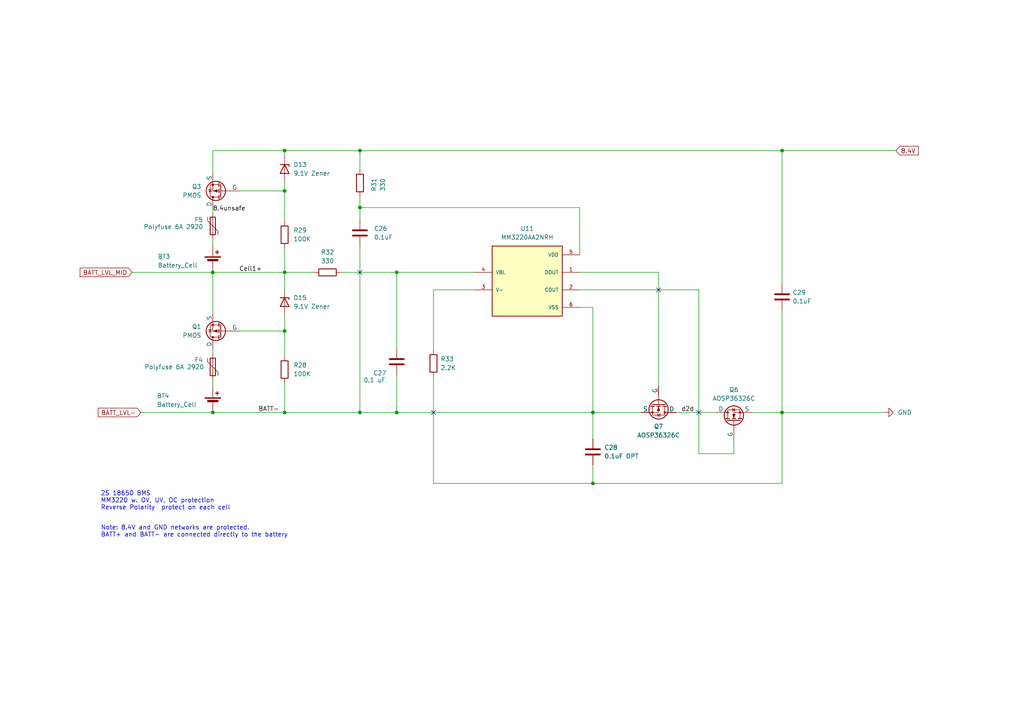
<source format=kicad_sch>
(kicad_sch (version 20230121) (generator eeschema)
  (paper "A4")
  (title_block (title "OpenActionCam") (date "2025-04-10") (rev "0.2") (company "KBader94") (comment 1 "https://github.com/kbader94/OpenActionCam"))
  (lib_symbols
    (symbol "Device:Battery_Cell" (pin_numbers hide) (pin_names (offset 0) hide)
      (property "Reference" "BT" (at 2.54 2.54 0))
      (property "Value" "Battery_Cell" (at 2.54 0 0))
      (symbol "Battery_Cell_0_1"
        (rectangle (start -2.286 1.778) (end 2.286 1.524) (fill (type outline)))
        (rectangle (start -1.524 1.016) (end 1.524 0.508) (fill (type outline)))
        (polyline (pts (xy 0 0.762) (xy 0 0)))
        (polyline (pts (xy 0 1.778) (xy 0 2.54)))
        (polyline (pts (xy 0.762 3.048) (xy 1.778 3.048)) (stroke (width 0.254)))
        (polyline (pts (xy 1.27 3.556) (xy 1.27 2.54)) (stroke (width 0.254)))
      )
      (symbol "Battery_Cell_1_1"
        (pin passive line (at 0 5.08 270) (length 2.54) (name "+") (number "1"))
        (pin passive line (at 0 -2.54 90) (length 2.54) (name "-") (number "2"))
      )
    )
    (symbol "Device:C" (pin_numbers hide) (pin_names (offset 0.254))
      (property "Reference" "C" (at 0.635 2.54 0))
      (property "Value" "C" (at 0.635 -2.54 0))
      (symbol "C_0_1"
        (polyline (pts (xy -2.032 -0.762) (xy 2.032 -0.762)) (stroke (width 0.508)))
        (polyline (pts (xy -2.032 0.762) (xy 2.032 0.762)) (stroke (width 0.508)))
      )
      (symbol "C_1_1"
        (pin passive line (at 0 3.81 270) (length 2.794) (name "~") (number "1"))
        (pin passive line (at 0 -3.81 90) (length 2.794) (name "~") (number "2"))
      )
    )
    (symbol "Device:D_Zener" (pin_numbers hide) (pin_names (offset 1.016) hide)
      (property "Reference" "D" (at 0 2.54 0))
      (property "Value" "D_Zener" (at 0 -2.54 0))
      (symbol "D_Zener_0_1"
        (polyline (pts (xy 1.27 0) (xy -1.27 0)))
        (polyline (pts (xy -1.27 -1.27) (xy -1.27 1.27) (xy -0.762 1.27)) (stroke (width 0.254)))
        (polyline (pts (xy 1.27 -1.27) (xy 1.27 1.27) (xy -1.27 0) (xy 1.27 -1.27)) (stroke (width 0.254)))
      )
      (symbol "D_Zener_1_1"
        (pin passive line (at -3.81 0 0) (length 2.54) (name "K") (number "1"))
        (pin passive line (at 3.81 0 180) (length 2.54) (name "A") (number "2"))
      )
    )
    (symbol "Device:Polyfuse" (pin_numbers hide) (pin_names (offset 0))
      (property "Reference" "F" (at -2.54 0 90))
      (property "Value" "Polyfuse" (at 2.54 0 90))
      (symbol "Polyfuse_0_1"
        (rectangle (start -0.762 2.54) (end 0.762 -2.54) (stroke (width 0.254)))
        (polyline (pts (xy 0 2.54) (xy 0 -2.54)))
        (polyline (pts (xy -1.524 2.54) (xy -1.524 1.524) (xy 1.524 -1.524) (xy 1.524 -2.54)))
      )
      (symbol "Polyfuse_1_1"
        (pin passive line (at 0 3.81 270) (length 1.27) (name "~") (number "1"))
        (pin passive line (at 0 -3.81 90) (length 1.27) (name "~") (number "2"))
      )
    )
    (symbol "Device:R" (pin_numbers hide) (pin_names (offset 0))
      (property "Reference" "R" (at 2.032 0 90))
      (property "Value" "R" (at 0 0 90))
      (symbol "R_0_1"
        (rectangle (start -1.016 -2.54) (end 1.016 2.54) (stroke (width 0.254)))
      )
      (symbol "R_1_1"
        (pin passive line (at 0 3.81 270) (length 1.27) (name "~") (number "1"))
        (pin passive line (at 0 -3.81 90) (length 1.27) (name "~") (number "2"))
      )
    )
    (symbol "MM3220AA2NRH:MM3220AA2NRH" (pin_names (offset 1.016))
      (property "Reference" "U" (at -10.16 10.922 0))
      (property "Value" "MM3220AA2NRH" (at -10.16 -12.7 0))
      (symbol "MM3220AA2NRH_0_0"
        (rectangle (start -10.16 -10.16) (end 10.16 10.16) (stroke (width 0.254)) (fill (type background)))
        (pin output line (at 15.24 2.54 180) (length 5.08) (name "DOUT") (number "1"))
        (pin output line (at 15.24 -2.54 180) (length 5.08) (name "COUT") (number "2"))
        (pin input line (at -15.24 -2.54 0) (length 5.08) (name "V-") (number "3"))
        (pin input line (at -15.24 2.54 0) (length 5.08) (name "VBL") (number "4"))
        (pin power_in line (at 15.24 7.62 180) (length 5.08) (name "VDD") (number "5"))
        (pin power_in line (at 15.24 -7.62 180) (length 5.08) (name "VSS") (number "6"))
      )
    )
    (symbol "Simulation_SPICE:NMOS" (pin_numbers hide) (pin_names (offset 0))
      (property "Reference" "Q" (at 5.08 1.27 0))
      (property "Value" "NMOS" (at 5.08 -1.27 0))
      (symbol "NMOS_0_1"
        (polyline (pts (xy 0.254 0) (xy -2.54 0)))
        (polyline (pts (xy 0.254 1.905) (xy 0.254 -1.905)) (stroke (width 0.254)))
        (polyline (pts (xy 0.762 -1.27) (xy 0.762 -2.286)) (stroke (width 0.254)))
        (polyline (pts (xy 0.762 0.508) (xy 0.762 -0.508)) (stroke (width 0.254)))
        (polyline (pts (xy 0.762 2.286) (xy 0.762 1.27)) (stroke (width 0.254)))
        (polyline (pts (xy 2.54 2.54) (xy 2.54 1.778)))
        (polyline (pts (xy 2.54 -2.54) (xy 2.54 0) (xy 0.762 0)))
        (polyline (pts (xy 0.762 -1.778) (xy 3.302 -1.778) (xy 3.302 1.778) (xy 0.762 1.778)))
        (polyline (pts (xy 1.016 0) (xy 2.032 0.381) (xy 2.032 -0.381) (xy 1.016 0)) (fill (type outline)))
        (polyline (pts (xy 2.794 0.508) (xy 2.921 0.381) (xy 3.683 0.381) (xy 3.81 0.254)))
        (polyline (pts (xy 3.302 0.381) (xy 2.921 -0.254) (xy 3.683 -0.254) (xy 3.302 0.381)))
        (circle (center 1.651 0) (radius 2.794) (stroke (width 0.254)))
        (circle (center 2.54 -1.778) (radius 0.254) (fill (type outline)))
        (circle (center 2.54 1.778) (radius 0.254) (fill (type outline)))
      )
      (symbol "NMOS_1_1"
        (pin passive line (at 2.54 5.08 270) (length 2.54) (name "D") (number "1"))
        (pin input line (at -5.08 0 0) (length 2.54) (name "G") (number "2"))
        (pin passive line (at 2.54 -5.08 90) (length 2.54) (name "S") (number "3"))
      )
    )
    (symbol "Simulation_SPICE:PMOS" (pin_numbers hide) (pin_names (offset 0))
      (property "Reference" "Q" (at 5.08 1.27 0))
      (property "Value" "PMOS" (at 5.08 -1.27 0))
      (symbol "PMOS_0_1"
        (polyline (pts (xy 0.254 0) (xy -2.54 0)))
        (polyline (pts (xy 0.254 1.905) (xy 0.254 -1.905)) (stroke (width 0.254)))
        (polyline (pts (xy 0.762 -1.27) (xy 0.762 -2.286)) (stroke (width 0.254)))
        (polyline (pts (xy 0.762 0.508) (xy 0.762 -0.508)) (stroke (width 0.254)))
        (polyline (pts (xy 0.762 2.286) (xy 0.762 1.27)) (stroke (width 0.254)))
        (polyline (pts (xy 2.54 2.54) (xy 2.54 1.778)))
        (polyline (pts (xy 2.54 -2.54) (xy 2.54 0) (xy 0.762 0)))
        (polyline (pts (xy 0.762 1.778) (xy 3.302 1.778) (xy 3.302 -1.778) (xy 0.762 -1.778)))
        (polyline (pts (xy 2.286 0) (xy 1.27 0.381) (xy 1.27 -0.381) (xy 2.286 0)) (fill (type outline)))
        (polyline (pts (xy 2.794 -0.508) (xy 2.921 -0.381) (xy 3.683 -0.381) (xy 3.81 -0.254)))
        (polyline (pts (xy 3.302 -0.381) (xy 2.921 0.254) (xy 3.683 0.254) (xy 3.302 -0.381)))
        (circle (center 1.651 0) (radius 2.794) (stroke (width 0.254)))
        (circle (center 2.54 -1.778) (radius 0.254) (fill (type outline)))
        (circle (center 2.54 1.778) (radius 0.254) (fill (type outline)))
      )
      (symbol "PMOS_1_1"
        (pin passive line (at 2.54 5.08 270) (length 2.54) (name "D") (number "1"))
        (pin input line (at -5.08 0 0) (length 2.54) (name "G") (number "2"))
        (pin passive line (at 2.54 -5.08 90) (length 2.54) (name "S") (number "3"))
      )
    )
    (symbol "power:GND" (power) (pin_names (offset 0))
      (property "Value" "GND" (at 0 -3.81 0))
      (symbol "GND_0_1"
        (polyline (pts (xy 0 0) (xy 0 -1.27) (xy 1.27 -1.27) (xy 0 -2.54) (xy -1.27 -1.27) (xy 0 -1.27)))
      )
      (symbol "GND_1_1"
        (pin power_in line (at 0 0 270) (length 0) hide (name "GND") (number "1"))
      )
    )
  )
  (junction (at 82.55 55.372))
  (junction (at 226.822 119.634))
  (junction (at 115.062 119.634))
  (junction (at 171.958 119.634))
  (junction (at 82.55 43.688))
  (junction (at 61.722 119.634))
  (junction (at 82.55 96.012))
  (junction (at 82.55 119.634))
  (junction (at 171.958 140.208))
  (junction (at 115.062 78.994))
  (junction (at 82.55 78.994))
  (junction (at 104.394 60.198))
  (junction (at 226.822 43.688))
  (junction (at 104.394 119.634))
  (junction (at 104.394 43.688))
  (junction (at 61.722 78.994))
  (no_connect (at 104.394 78.994))
  (no_connect (at 191.008 84.074))
  (no_connect (at 202.692 119.634))
  (no_connect (at 125.73 119.634))
  (wire (pts (xy 202.692 131.572) (xy 202.692 84.074)))
  (wire (pts (xy 171.958 89.154) (xy 171.958 119.634)))
  (wire (pts (xy 82.55 91.44) (xy 82.55 96.012)))
  (wire (pts (xy 226.822 119.634) (xy 226.822 140.208)))
  (wire (pts (xy 82.55 119.634) (xy 104.394 119.634)))
  (wire (pts (xy 61.722 78.994) (xy 82.55 78.994)))
  (wire (pts (xy 125.73 84.074) (xy 125.73 101.6)))
  (wire (pts (xy 196.088 119.634) (xy 207.772 119.634)))
  (wire (pts (xy 171.958 127.254) (xy 171.958 119.634)))
  (wire (pts (xy 104.394 43.688) (xy 226.822 43.688)))
  (wire (pts (xy 69.342 55.372) (xy 82.55 55.372)))
  (wire (pts (xy 125.73 109.22) (xy 125.73 140.208)))
  (wire (pts (xy 115.062 78.994) (xy 98.806 78.994)))
  (wire (pts (xy 125.73 140.208) (xy 171.958 140.208)))
  (wire (pts (xy 171.958 134.874) (xy 171.958 140.208)))
  (wire (pts (xy 61.722 43.688) (xy 82.55 43.688)))
  (wire (pts (xy 104.394 49.276) (xy 104.394 43.688)))
  (wire (pts (xy 82.55 52.832) (xy 82.55 55.372)))
  (wire (pts (xy 168.148 84.074) (xy 202.692 84.074)))
  (wire (pts (xy 82.55 43.688) (xy 104.394 43.688)))
  (wire (pts (xy 168.148 78.994) (xy 191.008 78.994)))
  (wire (pts (xy 82.55 78.994) (xy 91.186 78.994)))
  (wire (pts (xy 226.822 43.688) (xy 259.842 43.688)))
  (wire (pts (xy 69.342 96.012) (xy 82.55 96.012)))
  (wire (pts (xy 212.852 127.254) (xy 212.852 131.572)))
  (wire (pts (xy 61.722 110.236) (xy 61.722 112.014)))
  (wire (pts (xy 104.394 60.198) (xy 168.148 60.198)))
  (wire (pts (xy 104.394 56.896) (xy 104.394 60.198)))
  (wire (pts (xy 82.55 110.998) (xy 82.55 119.634)))
  (wire (pts (xy 104.394 63.754) (xy 104.394 60.198)))
  (wire (pts (xy 226.822 43.688) (xy 226.822 82.296)))
  (wire (pts (xy 61.722 78.74) (xy 61.722 78.994)))
  (wire (pts (xy 104.394 71.374) (xy 104.394 119.634)))
  (wire (pts (xy 61.722 119.634) (xy 40.894 119.634)))
  (wire (pts (xy 61.722 78.994) (xy 61.722 90.932)))
  (wire (pts (xy 61.722 119.634) (xy 82.55 119.634)))
  (wire (pts (xy 226.822 119.634) (xy 256.54 119.634)))
  (wire (pts (xy 115.062 119.634) (xy 171.958 119.634)))
  (wire (pts (xy 168.148 89.154) (xy 171.958 89.154)))
  (wire (pts (xy 82.55 71.882) (xy 82.55 78.994)))
  (wire (pts (xy 82.55 43.688) (xy 82.55 45.212)))
  (wire (pts (xy 171.958 119.634) (xy 185.928 119.634)))
  (wire (pts (xy 104.394 119.634) (xy 115.062 119.634)))
  (wire (pts (xy 115.062 78.994) (xy 115.062 101.092)))
  (wire (pts (xy 61.722 69.342) (xy 61.722 71.12)))
  (wire (pts (xy 168.148 73.914) (xy 168.148 60.198)))
  (wire (pts (xy 137.668 84.074) (xy 125.73 84.074)))
  (wire (pts (xy 115.062 108.712) (xy 115.062 119.634)))
  (wire (pts (xy 61.722 60.452) (xy 61.722 61.722)))
  (wire (pts (xy 226.822 89.916) (xy 226.822 119.634)))
  (wire (pts (xy 61.722 101.092) (xy 61.722 102.616)))
  (wire (pts (xy 191.008 78.994) (xy 191.008 112.014)))
  (wire (pts (xy 212.852 131.572) (xy 202.692 131.572)))
  (wire (pts (xy 38.354 78.994) (xy 61.722 78.994)))
  (wire (pts (xy 217.932 119.634) (xy 226.822 119.634)))
  (wire (pts (xy 61.722 50.292) (xy 61.722 43.688)))
  (wire (pts (xy 171.958 140.208) (xy 226.822 140.208)))
  (wire (pts (xy 82.55 96.012) (xy 82.55 103.378)))
  (wire (pts (xy 115.062 78.994) (xy 137.668 78.994)))
  (wire (pts (xy 82.55 55.372) (xy 82.55 64.262)))
  (wire (pts (xy 82.55 78.994) (xy 82.55 83.82)))
  (text "2S 18650 BMS\nMM3220 w. OV, UV, OC protection\nReverse Polarity  protect on each cell\n\n" (at 29.21 150.114 0) (effects (font (size 1.27 1.27)) (justify left bottom)))
  (text "Note: 8.4V and GND networks are protected.\nBATT+ and BATT- are connected directly to the battery" (at 29.21 155.956 0) (effects (font (size 1.27 1.27)) (justify left bottom)))
  (label "8.4unsafe" (at 61.722 61.468 0))
  (label "Cell1+" (at 69.342 78.994 0))
  (label "BATT-" (at 74.93 119.634 0))
  (label "d2d" (at 197.612 119.634 0))
  (global_label "8.4V" (shape input) (at 259.842 43.688 0) (property "Intersheetrefs" "${INTERSHEET_REFS}" (effects hide)))
  (global_label "BATT_LVL-" (shape input) (at 40.894 119.634 180) (property "Intersheetrefs" "${INTERSHEET_REFS}" (effects hide)))
  (global_label "BATT_LVL_MID" (shape input) (at 38.354 78.994 180) (property "Intersheetrefs" "${INTERSHEET_REFS}" (effects hide)))
  (symbol (lib_id "Device:C") (at 115.062 104.902 0) (unit 1)
    (property "Reference" "C27" (at 108.204 108.204 0) (effects (justify left)))
    (property "Value" "0.1 uF" (at 105.41 110.236 0) (effects (justify left)))
    (property "Footprint" "Capacitor_SMD:C_0603_1608Metric_Pad1.08x0.95mm_HandSolder" (effects hide))
  )
  (symbol (lib_id "Device:R") (at 94.996 78.994 90) (unit 1)
    (property "Reference" "R32" (at 94.996 73.152 90))
    (property "Value" "330" (at 94.996 75.692 90))
    (property "Footprint" "Resistor_SMD:R_0603_1608Metric" (effects hide))
  )
  (symbol (lib_id "Device:Polyfuse") (at 61.722 65.532 0) (unit 1)
    (property "Reference" "F5" (at 57.658 63.754 0))
    (property "Value" "Polyfuse 6A 2920" (at 50.292 65.786 0))
    (property "Footprint" "Fuse:Fuse_2920_7451Metric_Pad2.10x5.45mm_HandSolder" (effects hide))
  )
  (symbol (lib_id "Device:Battery_Cell") (at 61.722 76.2 0) (unit 1)
    (property "Reference" "BT3" (at 45.72 74.422 0) (effects (justify left)))
    (property "Value" "Battery_Cell" (at 45.72 76.962 0) (effects (justify left)))
    (property "Footprint" "Battery Holder - 18650:BAT_254" (effects hide))
  )
  (symbol (lib_id "Device:R") (at 82.55 107.188 0) (unit 1)
    (property "Reference" "R28" (at 85.09 105.918 0) (effects (justify left)))
    (property "Value" "100K" (at 85.09 108.458 0) (effects (justify left)))
    (property "Footprint" "Resistor_SMD:R_0603_1608Metric" (effects hide))
  )
  (symbol (lib_id "Simulation_SPICE:PMOS") (at 64.262 96.012 180) (unit 1)
    (property "Reference" "Q1" (at 58.42 94.742 0) (effects (justify left)))
    (property "Value" "PMOS" (at 58.42 97.282 0) (effects (justify left)))
    (property "Footprint" "FET - SI4435FDY:SO-8_VIS" (effects hide))
    (property "Datasheet" "https://ngspice.sourceforge.io/docs/ngspice-manual.pdf" (effects hide))
    (property "Sim.Device" "PMOS" (effects hide))
    (property "Sim.Type" "VDMOS" (effects hide))
    (property "Sim.Pins" "1=D 2=G 3=S" (effects hide))
  )
  (symbol (lib_id "Device:Polyfuse") (at 61.722 106.426 0) (unit 1)
    (property "Reference" "F4" (at 57.658 104.394 0))
    (property "Value" "Polyfuse 6A 2920" (at 50.546 106.426 0))
    (property "Footprint" "Fuse:Fuse_2920_7451Metric_Pad2.10x5.45mm_HandSolder" (effects hide))
  )
  (symbol (lib_id "Device:Battery_Cell") (at 61.722 117.094 0) (unit 1)
    (property "Reference" "BT4" (at 45.466 114.808 0) (effects (justify left)))
    (property "Value" "Battery_Cell" (at 45.466 117.348 0) (effects (justify left)))
    (property "Footprint" "Battery Holder - 18650:BAT_254" (effects hide))
  )
  (symbol (lib_id "Simulation_SPICE:PMOS") (at 64.262 55.372 180) (unit 1)
    (property "Reference" "Q3" (at 58.42 54.102 0) (effects (justify left)))
    (property "Value" "PMOS" (at 58.42 56.642 0) (effects (justify left)))
    (property "Footprint" "FET - SI4435FDY:SO-8_VIS" (effects hide))
    (property "Datasheet" "https://ngspice.sourceforge.io/docs/ngspice-manual.pdf" (effects hide))
    (property "Sim.Device" "PMOS" (effects hide))
    (property "Sim.Type" "VDMOS" (effects hide))
    (property "Sim.Pins" "1=D 2=G 3=S" (effects hide))
  )
  (symbol (lib_id "Device:R") (at 82.55 68.072 0) (unit 1)
    (property "Reference" "R29" (at 85.09 66.802 0) (effects (justify left)))
    (property "Value" "100K" (at 85.09 69.342 0) (effects (justify left)))
    (property "Footprint" "Resistor_SMD:R_0603_1608Metric" (effects hide))
  )
  (symbol (lib_id "Device:D_Zener") (at 82.55 49.022 270) (unit 1)
    (property "Reference" "D13" (at 85.09 47.752 90) (effects (justify left)))
    (property "Value" "9.1V Zener" (at 85.09 50.292 90) (effects (justify left)))
    (property "Footprint" "Diode_SMD:D_MiniMELF_Handsoldering" (effects hide))
  )
  (symbol (lib_id "Device:C") (at 226.822 86.106 0) (unit 1)
    (property "Reference" "C29" (at 229.87 84.836 0) (effects (justify left)))
    (property "Value" "0.1uF" (at 229.87 87.376 0) (effects (justify left)))
    (property "Footprint" "Capacitor_SMD:C_0603_1608Metric_Pad1.08x0.95mm_HandSolder" (effects hide))
  )
  (symbol (lib_id "Simulation_SPICE:NMOS") (at 212.852 122.174 90) (unit 1)
    (property "Reference" "Q6" (at 212.852 113.03 90))
    (property "Value" "AOSP36326C" (at 212.852 115.57 90))
    (property "Footprint" "FET - AOSP36326C:SOIC127P490X600X175-8N" (effects hide))
    (property "Datasheet" "https://ngspice.sourceforge.io/docs/ngspice-manual.pdf" (effects hide))
    (property "Sim.Device" "NMOS" (effects hide))
    (property "Sim.Type" "VDMOS" (effects hide))
    (property "Sim.Pins" "1=D 2=G 3=S" (effects hide))
  )
  (symbol (lib_id "power:GND") (at 256.54 119.634 90) (unit 1)
    (property "Reference" "#PWR043" (effects hide))
    (property "Value" "GND" (at 260.35 119.634 90) (effects (justify right)))
  )
  (symbol (lib_id "Device:C") (at 171.958 131.064 180) (unit 1)
    (property "Reference" "C28" (at 175.26 129.794 0) (effects (justify right)))
    (property "Value" "0.1uF OPT" (at 175.26 132.334 0) (effects (justify right)))
    (property "Footprint" "Capacitor_SMD:C_0603_1608Metric_Pad1.08x0.95mm_HandSolder" (effects hide))
  )
  (symbol (lib_id "MM3220AA2NRH:MM3220AA2NRH") (at 152.908 81.534 0) (unit 1)
    (property "Reference" "U11" (at 152.908 66.294 0))
    (property "Value" "MM3220AA2NRH" (at 152.908 68.834 0))
    (property "Footprint" "MM3220AA2NRH:IC_MM3220AA2NRH" (effects hide))
    (property "MF" "Mitsumi Electric Company Ltd" (effects hide))
    (property "MAXIMUM_PACKAGE_HEIGHT" "1.4 mm" (effects hide))
    (property "Package" "None" (effects hide))
    (property "Price" "None" (effects hide))
    (property "Check_prices" "https://www.snapeda.com/parts/MM3220AA2NRH/Mitsumi/view-part/?ref=eda" (effects hide))
    (property "STANDARD" "Manufacturer Recommendations" (effects hide))
    (property "PARTREV" "0" (effects hide))
    (property "SnapEDA_Link" "https://www.snapeda.com/parts/MM3220AA2NRH/Mitsumi/view-part/?ref=snap" (effects hide))
    (property "MP" "MM3220AA2NRH" (effects hide))
    (property "Description" "\n                        \n                            Battery Battery Protection IC Lithium Ion/Polymer SOT-26A\n                        \n" (effects hide))
    (property "MANUFACTURER" "Mitsumi" (effects hide))
    (property "Availability" "In Stock" (effects hide))
    (property "SNAPEDA_PN" "MM3220AA2NRH" (effects hide))
  )
  (symbol (lib_id "Device:C") (at 104.394 67.564 180) (unit 1)
    (property "Reference" "C26" (at 108.458 66.294 0) (effects (justify right)))
    (property "Value" "0.1uF" (at 108.458 68.834 0) (effects (justify right)))
    (property "Footprint" "Capacitor_SMD:C_0603_1608Metric_Pad1.08x0.95mm_HandSolder" (effects hide))
  )
  (symbol (lib_id "Device:D_Zener") (at 82.55 87.63 270) (unit 1)
    (property "Reference" "D15" (at 85.09 86.36 90) (effects (justify left)))
    (property "Value" "9.1V Zener" (at 85.09 88.9 90) (effects (justify left)))
    (property "Footprint" "Diode_SMD:D_MiniMELF_Handsoldering" (effects hide))
  )
  (symbol (lib_id "Device:R") (at 104.394 53.086 180) (unit 1)
    (property "Reference" "R31" (at 108.458 53.594 90))
    (property "Value" "330" (at 110.998 53.594 90))
    (property "Footprint" "Resistor_SMD:R_0603_1608Metric" (effects hide))
  )
  (symbol (lib_id "Simulation_SPICE:NMOS") (at 191.008 117.094 270) (unit 1)
    (property "Reference" "Q7" (at 191.008 123.698 90))
    (property "Value" "AOSP36326C" (at 191.008 126.238 90))
    (property "Footprint" "FET - AOSP36326C:SOIC127P490X600X175-8N" (effects hide))
    (property "Datasheet" "https://ngspice.sourceforge.io/docs/ngspice-manual.pdf" (effects hide))
    (property "Sim.Device" "NMOS" (effects hide))
    (property "Sim.Type" "VDMOS" (effects hide))
    (property "Sim.Pins" "1=D 2=G 3=S" (effects hide))
  )
  (symbol (lib_id "Device:R") (at 125.73 105.41 0) (unit 1)
    (property "Reference" "R33" (at 127.762 104.14 0) (effects (justify left)))
    (property "Value" "2.2K" (at 127.762 106.68 0) (effects (justify left)))
    (property "Footprint" "Resistor_SMD:R_0603_1608Metric" (effects hide))
  )
)
</source>
